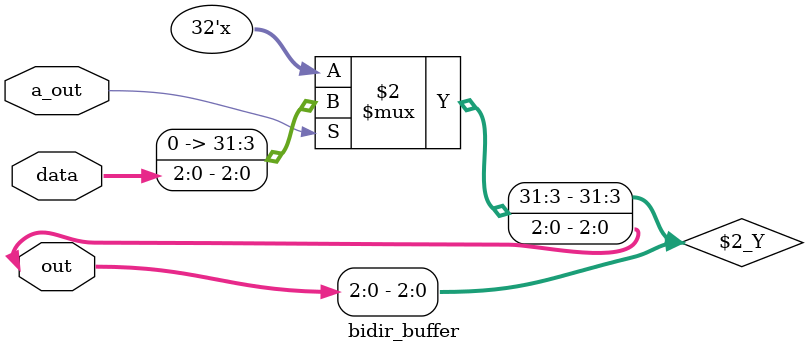
<source format=v>
module bidir_buffer(
    input [2:0] data,
    input a_out,
	 inout reg [2:0] out
);

assign out = a_out ? data : 'hZ;

endmodule
</source>
